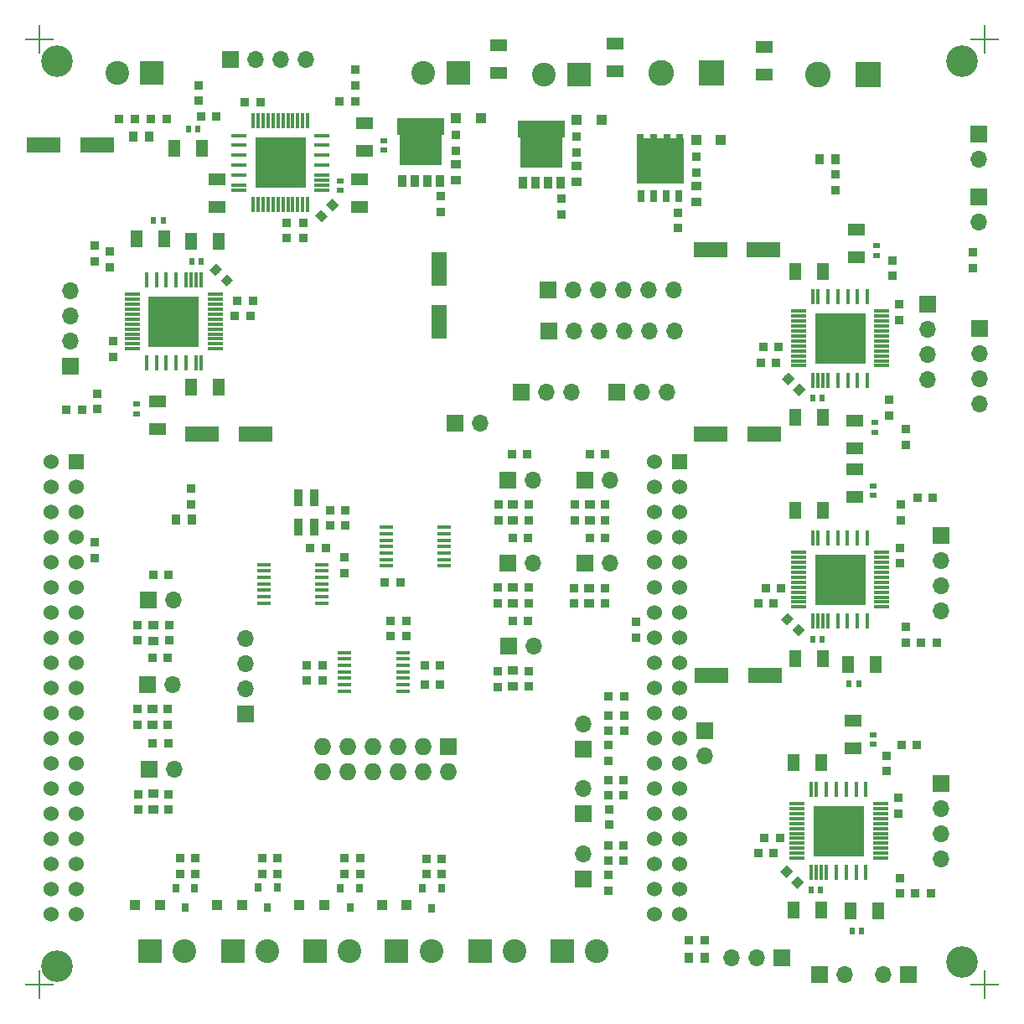
<source format=gts>
%TF.GenerationSoftware,KiCad,Pcbnew,6.0.0-rc1-unknown-46fddab~66~ubuntu18.04.1*%
%TF.CreationDate,2018-08-18T22:30:24-07:00*%
%TF.ProjectId,PrntrBoardV1,50726E7472426F61726456312E6B6963,rev?*%
%TF.SameCoordinates,PX1303eb8PY7093f24*%
%TF.FileFunction,Soldermask,Top*%
%TF.FilePolarity,Negative*%
%FSLAX46Y46*%
G04 Gerber Fmt 4.6, Leading zero omitted, Abs format (unit mm)*
G04 Created by KiCad (PCBNEW 6.0.0-rc1-unknown-46fddab~66~ubuntu18.04.1) date Sat Aug 18 22:30:24 2018*
%MOMM*%
%LPD*%
G01*
G04 APERTURE LIST*
%ADD10R,0.640000X0.590000*%
%ADD11R,0.590000X0.640000*%
%ADD12R,0.875000X0.950000*%
%ADD13C,0.875000*%
%ADD14C,0.100000*%
%ADD15R,0.950000X0.875000*%
%ADD16R,1.250000X1.750000*%
%ADD17R,1.750000X1.250000*%
%ADD18O,1.727200X1.727200*%
%ADD19R,1.727200X1.727200*%
%ADD20R,3.000000X0.127000*%
%ADD21R,0.127000X3.000000*%
%ADD22O,1.700000X1.700000*%
%ADD23R,1.700000X1.700000*%
%ADD24R,0.900000X1.750000*%
%ADD25C,1.524000*%
%ADD26R,1.524000X1.524000*%
%ADD27R,1.500000X1.500000*%
%ADD28R,4.800000X4.600000*%
%ADD29R,0.800000X0.600000*%
%ADD30R,0.750000X1.300000*%
%ADD31R,0.820000X1.000000*%
%ADD32R,1.000000X1.000000*%
%ADD33R,1.500000X0.300000*%
%ADD34R,0.300000X1.500000*%
%ADD35R,5.100000X5.100000*%
%ADD36R,3.500000X1.600000*%
%ADD37C,3.200000*%
%ADD38R,1.000000X0.820000*%
%ADD39R,2.600000X2.600000*%
%ADD40C,2.600000*%
%ADD41R,2.400000X2.400000*%
%ADD42C,2.400000*%
%ADD43R,1.600000X3.500000*%
%ADD44R,1.450000X0.450000*%
%ADD45R,0.800000X0.900000*%
%ADD46R,0.840000X1.290000*%
%ADD47R,4.840000X1.690000*%
%ADD48R,4.340000X3.440000*%
G04 APERTURE END LIST*
D10*
X86360000Y76405500D03*
X86360000Y75435500D03*
D11*
X17206000Y74866500D03*
X18176000Y74866500D03*
D10*
X36631800Y87050700D03*
X36631800Y86080700D03*
D11*
X80736400Y11315700D03*
X79766400Y11315700D03*
X16855600Y88204100D03*
X17825600Y88204100D03*
D10*
X11658600Y60429100D03*
X11658600Y59459100D03*
X86233000Y57579500D03*
X86233000Y58549500D03*
D11*
X83906400Y7200900D03*
X84876400Y7200900D03*
X79918800Y61048900D03*
X80888800Y61048900D03*
X14308500Y78946500D03*
X13338500Y78946500D03*
D10*
X86029800Y52135900D03*
X86029800Y51165900D03*
X86029800Y26057900D03*
X86029800Y27027900D03*
D11*
X79944000Y36664900D03*
X80914000Y36664900D03*
X83601600Y32194500D03*
X84571600Y32194500D03*
D10*
X32161400Y82016700D03*
X32161400Y82986700D03*
D12*
X38290500Y42418000D03*
X36715500Y42418000D03*
D13*
X31428662Y80537162D03*
D14*
G36*
X31402145Y81182397D02*
X32073897Y80510645D01*
X31455179Y79891927D01*
X30783427Y80563679D01*
X31402145Y81182397D01*
X31402145Y81182397D01*
G37*
D13*
X30314968Y79423468D03*
D14*
G36*
X30288451Y80068703D02*
X30960203Y79396951D01*
X30341485Y78778233D01*
X29669733Y79449985D01*
X30288451Y80068703D01*
X30288451Y80068703D01*
G37*
D12*
X59259100Y15819700D03*
X60834100Y15819700D03*
X9873500Y89246500D03*
X11448500Y89246500D03*
D15*
X89317500Y37899500D03*
X89317500Y36324500D03*
D12*
X49619000Y38546000D03*
X51194000Y38546000D03*
D15*
X26811000Y78734000D03*
X26811000Y77159000D03*
X87957800Y74940400D03*
X87957800Y73365400D03*
D12*
X76517700Y66179700D03*
X74942700Y66179700D03*
D13*
X78553362Y61870538D03*
D14*
G36*
X79198597Y61897055D02*
X78526845Y61225303D01*
X77908127Y61844021D01*
X78579879Y62515773D01*
X79198597Y61897055D01*
X79198597Y61897055D01*
G37*
D13*
X77439668Y62984232D03*
D14*
G36*
X78084903Y63010749D02*
X77413151Y62338997D01*
X76794433Y62957715D01*
X77466185Y63629467D01*
X78084903Y63010749D01*
X78084903Y63010749D01*
G37*
D15*
X31178500Y49708000D03*
X31178500Y48133000D03*
X62061000Y36846500D03*
X62061000Y38421500D03*
X7411000Y44896500D03*
X7411000Y46471500D03*
D12*
X38848500Y38546500D03*
X37273500Y38546500D03*
D15*
X88835000Y48687800D03*
X88835000Y50262800D03*
X7373500Y76434000D03*
X7373500Y74859000D03*
D12*
X4506500Y59846500D03*
X6081500Y59846500D03*
X23101300Y69329300D03*
X21526300Y69329300D03*
X14859500Y43189000D03*
X13284500Y43189000D03*
X60859500Y28938800D03*
X59284500Y28938800D03*
X92445500Y36293900D03*
X90870500Y36293900D03*
D15*
X88561000Y19059000D03*
X88561000Y20634000D03*
D12*
X91889100Y10948700D03*
X90314100Y10948700D03*
X88911000Y25996500D03*
X90486000Y25996500D03*
X51181500Y46928000D03*
X49606500Y46928000D03*
X57404300Y55360800D03*
X58979300Y55360800D03*
X76009700Y40271700D03*
X74434700Y40271700D03*
D15*
X88761000Y44323000D03*
X88761000Y45898000D03*
X32661000Y43346500D03*
X32661000Y44921500D03*
X88742500Y10980500D03*
X88742500Y12555500D03*
X17861000Y92646500D03*
X17861000Y91071500D03*
X32711000Y48121500D03*
X32711000Y49696500D03*
D12*
X76771700Y41846500D03*
X75196700Y41846500D03*
D15*
X33724400Y92618200D03*
X33724400Y94193200D03*
D12*
X32123500Y90971500D03*
X33698500Y90971500D03*
D13*
X78502562Y37588138D03*
D14*
G36*
X79147797Y37614655D02*
X78476045Y36942903D01*
X77857327Y37561621D01*
X78529079Y38233373D01*
X79147797Y37614655D01*
X79147797Y37614655D01*
G37*
D13*
X77388868Y38701832D03*
D14*
G36*
X78034103Y38728349D02*
X77362351Y38056597D01*
X76743633Y38675315D01*
X77415385Y39347067D01*
X78034103Y38728349D01*
X78034103Y38728349D01*
G37*
D12*
X59259100Y22449100D03*
X60834100Y22449100D03*
D15*
X87366400Y24893400D03*
X87366400Y23318400D03*
D12*
X76009700Y15024100D03*
X74434700Y15024100D03*
X38854000Y36993500D03*
X37279000Y36993500D03*
X29146500Y45847000D03*
X30721500Y45847000D03*
X23368000Y70866000D03*
X21793000Y70866000D03*
D15*
X9271000Y65214500D03*
X9271000Y66789500D03*
D13*
X19641968Y74020532D03*
D14*
G36*
X18996733Y73994015D02*
X19668485Y74665767D01*
X20287203Y74047049D01*
X19615451Y73375297D01*
X18996733Y73994015D01*
X18996733Y73994015D01*
G37*
D13*
X20755662Y72906838D03*
D14*
G36*
X20110427Y72880321D02*
X20782179Y73552073D01*
X21400897Y72933355D01*
X20729145Y72261603D01*
X20110427Y72880321D01*
X20110427Y72880321D01*
G37*
D15*
X7671400Y61469400D03*
X7671400Y59894400D03*
D12*
X18119100Y89472900D03*
X19694100Y89472900D03*
X92086000Y50971500D03*
X90511000Y50971500D03*
D15*
X8936000Y75829500D03*
X8936000Y74254500D03*
D12*
X51105100Y55335400D03*
X49530100Y55335400D03*
X13208500Y34743500D03*
X14783500Y34743500D03*
X76619300Y16548100D03*
X75044300Y16548100D03*
X74663100Y64554100D03*
X76238100Y64554100D03*
D13*
X77287268Y13200232D03*
D14*
G36*
X77932503Y13226749D02*
X77260751Y12554997D01*
X76642033Y13173715D01*
X77313785Y13845467D01*
X77932503Y13226749D01*
X77932503Y13226749D01*
G37*
D13*
X78400962Y12086538D03*
D14*
G36*
X79046197Y12113055D02*
X78374445Y11441303D01*
X77755727Y12060021D01*
X78427479Y12731773D01*
X79046197Y12113055D01*
X79046197Y12113055D01*
G37*
D15*
X88711000Y68909000D03*
X88711000Y70484000D03*
X87651000Y60845000D03*
X87651000Y59270000D03*
X89336000Y56284000D03*
X89336000Y57859000D03*
X96136000Y74159000D03*
X96136000Y75734000D03*
D12*
X13272000Y26107500D03*
X14847000Y26107500D03*
X58992000Y46928000D03*
X57417000Y46928000D03*
D15*
X28461000Y77159000D03*
X28461000Y78734000D03*
D12*
X22547500Y90896500D03*
X24122500Y90896500D03*
D16*
X19901000Y62106500D03*
X17101000Y62106500D03*
X17124200Y76898500D03*
X19924200Y76898500D03*
X78018200Y24196500D03*
X80818200Y24196500D03*
X80970600Y34734500D03*
X78170600Y34734500D03*
X78170600Y73796500D03*
X80970600Y73796500D03*
D17*
X19715400Y83094100D03*
X19715400Y80294100D03*
D16*
X78178200Y59118500D03*
X80978200Y59118500D03*
D17*
X34142600Y83094100D03*
X34142600Y80294100D03*
X59928000Y96859700D03*
X59928000Y94059700D03*
D16*
X80818200Y9334500D03*
X78018200Y9334500D03*
X78170600Y49696500D03*
X80970600Y49696500D03*
D17*
X75011800Y93722900D03*
X75011800Y96522900D03*
X48158000Y96660100D03*
X48158000Y93860100D03*
D15*
X51211000Y50246500D03*
X51211000Y48671500D03*
X17104400Y51865400D03*
X17104400Y50290400D03*
D12*
X68999100Y6261100D03*
X67424100Y6261100D03*
D15*
X55811000Y41834000D03*
X55811000Y40259000D03*
X58911000Y41835500D03*
X58911000Y40260500D03*
X11811000Y19421500D03*
X11811000Y20996500D03*
D12*
X14648500Y89246500D03*
X13073500Y89246500D03*
D15*
X82194400Y83604200D03*
X82194400Y82029200D03*
D12*
X30398500Y32496500D03*
X28823500Y32496500D03*
X42298500Y33996500D03*
X40723500Y33996500D03*
D15*
X48161000Y48671500D03*
X48161000Y50246500D03*
X11748000Y28025000D03*
X11748000Y29600000D03*
X51211000Y33453500D03*
X51211000Y31878500D03*
X59348200Y17915200D03*
X59348200Y19490200D03*
D12*
X59259100Y20925100D03*
X60834100Y20925100D03*
D15*
X66344800Y79756000D03*
X66344800Y78181000D03*
X42316400Y79832000D03*
X42316400Y81407000D03*
X43891200Y87604600D03*
X43891200Y86029600D03*
X59297400Y12860800D03*
X59297400Y11285800D03*
D12*
X60834100Y14295700D03*
X59259100Y14295700D03*
D15*
X14859500Y19440000D03*
X14859500Y21015000D03*
X40894500Y14496500D03*
X40894500Y12921500D03*
X48111000Y31859000D03*
X48111000Y33434000D03*
X59322800Y24404900D03*
X59322800Y25979900D03*
X42411000Y14496500D03*
X42411000Y12921500D03*
X24294000Y14529000D03*
X24294000Y12954000D03*
X25881500Y14529000D03*
X25881500Y12954000D03*
X32661000Y14546500D03*
X32661000Y12971500D03*
X16039000Y12971500D03*
X16039000Y14546500D03*
X14796000Y29596500D03*
X14796000Y28021500D03*
D12*
X59323500Y30846500D03*
X60898500Y30846500D03*
D15*
X11748000Y36521500D03*
X11748000Y38096500D03*
X14923000Y36534000D03*
X14923000Y38109000D03*
D12*
X60859500Y27414800D03*
X59284500Y27414800D03*
D15*
X54511000Y79596500D03*
X54511000Y81171500D03*
X56095900Y87427000D03*
X56095900Y85852000D03*
X51211000Y41871500D03*
X51211000Y40296500D03*
D12*
X28823500Y33996500D03*
X30398500Y33996500D03*
X40723500Y32046500D03*
X42298500Y32046500D03*
D15*
X17561000Y12971500D03*
X17561000Y14546500D03*
X48111000Y40309000D03*
X48111000Y41884000D03*
X58961000Y48671500D03*
X58961000Y50246500D03*
X55861000Y48671500D03*
X55861000Y50246500D03*
X34200000Y12971500D03*
X34200000Y14546500D03*
X68148200Y83820000D03*
X68148200Y85395000D03*
D17*
X34650600Y85998900D03*
X34650600Y88798900D03*
X13741400Y57914100D03*
X13741400Y60714100D03*
D16*
X14381000Y77101700D03*
X11581000Y77101700D03*
D17*
X84048600Y28405300D03*
X84048600Y25605300D03*
D16*
X83773800Y9182100D03*
X86573800Y9182100D03*
D17*
X84150200Y53820500D03*
X84150200Y51020500D03*
D16*
X83504600Y34124900D03*
X86304600Y34124900D03*
D17*
X84328000Y78077500D03*
X84328000Y75277500D03*
X84201000Y58707500D03*
X84201000Y55907500D03*
D16*
X15412200Y86222900D03*
X18212200Y86222900D03*
D18*
X30416500Y23241000D03*
X30416500Y25781000D03*
X32956500Y23241000D03*
X32956500Y25781000D03*
X35496500Y23241000D03*
X35496500Y25781000D03*
X38036500Y23241000D03*
X38036500Y25781000D03*
X40576500Y23241000D03*
X40576500Y25781000D03*
X43116500Y23241000D03*
D19*
X43116500Y25781000D03*
D20*
X97336000Y97296500D03*
D21*
X97336000Y97296500D03*
D20*
X97336000Y1746500D03*
D21*
X97336000Y1746500D03*
D20*
X1786000Y97296500D03*
D21*
X1786000Y97296500D03*
D20*
X1786000Y1746500D03*
D21*
X1786000Y1746500D03*
D22*
X96710500Y78803500D03*
D23*
X96710500Y81343500D03*
D22*
X83161000Y2746500D03*
D23*
X80621000Y2746500D03*
D22*
X87021000Y2746500D03*
D23*
X89561000Y2746500D03*
D22*
X96710500Y85153500D03*
D23*
X96710500Y87693500D03*
D24*
X29540500Y48016500D03*
X29540500Y50916500D03*
X27990500Y50916500D03*
X27990500Y48016500D03*
D25*
X63981000Y54616500D03*
X63981000Y52076500D03*
X63981000Y49536500D03*
X63981000Y46996500D03*
X63981000Y44456500D03*
X63981000Y41916500D03*
X63981000Y39376500D03*
X63981000Y36836500D03*
X63981000Y34296500D03*
X63981000Y31756500D03*
X63981000Y29216500D03*
X63981000Y26676500D03*
X63981000Y24136500D03*
X63981000Y21596500D03*
X63981000Y19056500D03*
X63981000Y16516500D03*
X63981000Y13976500D03*
X63981000Y11436500D03*
D26*
X66521000Y54616500D03*
D25*
X66521000Y52076500D03*
X66521000Y49536500D03*
X66521000Y46996500D03*
X66521000Y44456500D03*
X66521000Y41916500D03*
X66521000Y39376500D03*
X66521000Y36836500D03*
X66521000Y34296500D03*
X66521000Y31756500D03*
X66521000Y29216500D03*
X66521000Y26676500D03*
X66521000Y24136500D03*
X66521000Y21596500D03*
X66521000Y19056500D03*
X66521000Y16516500D03*
X66521000Y13976500D03*
X66521000Y11436500D03*
D26*
X5561000Y54616500D03*
D25*
X5561000Y52076500D03*
X5561000Y49536500D03*
X5561000Y46996500D03*
X5561000Y44456500D03*
X5561000Y41916500D03*
X5561000Y39376500D03*
X5561000Y36836500D03*
X5561000Y34296500D03*
X5561000Y31756500D03*
X5561000Y29216500D03*
X5561000Y26676500D03*
X5561000Y24136500D03*
X5561000Y21596500D03*
X5561000Y19056500D03*
X5561000Y16516500D03*
X5561000Y13976500D03*
X5561000Y11436500D03*
X3021000Y54616500D03*
X3021000Y52076500D03*
X3021000Y49536500D03*
X3021000Y46996500D03*
X3021000Y44456500D03*
X3021000Y41916500D03*
X3021000Y39376500D03*
X3021000Y36836500D03*
X3021000Y34296500D03*
X3021000Y31756500D03*
X3021000Y29216500D03*
X3021000Y26676500D03*
X3021000Y24136500D03*
X3021000Y21596500D03*
X3021000Y19056500D03*
X3021000Y16516500D03*
X3021000Y13976500D03*
X3021000Y11436500D03*
X5561000Y8896500D03*
X3021000Y8896500D03*
X63981000Y8896500D03*
X66521000Y8896500D03*
D27*
X63516000Y83775300D03*
X65516000Y83775300D03*
X65516000Y85775300D03*
X63516000Y85775300D03*
D28*
X64516000Y84950300D03*
D29*
X62516000Y87450300D03*
X63851000Y87450300D03*
X65181000Y87450300D03*
X66516000Y87450300D03*
D30*
X62611000Y81450300D03*
X63881000Y81450300D03*
X65151000Y81450300D03*
X66421000Y81450300D03*
D22*
X55549800Y61582300D03*
X53009800Y61582300D03*
D23*
X50469800Y61582300D03*
D22*
X65252600Y61633100D03*
X62712600Y61633100D03*
D23*
X60172600Y61633100D03*
D22*
X65963800Y67830700D03*
X63423800Y67830700D03*
X60883800Y67830700D03*
X58343800Y67830700D03*
X55803800Y67830700D03*
D23*
X53263800Y67830700D03*
D22*
X65913000Y71970900D03*
X63373000Y71970900D03*
X60833000Y71970900D03*
X58293000Y71970900D03*
X55753000Y71970900D03*
D23*
X53213000Y71970900D03*
D31*
X17180400Y48753900D03*
X15580400Y48753900D03*
X82257800Y85128100D03*
X80657800Y85128100D03*
X12911000Y87446500D03*
X11311000Y87446500D03*
X67411800Y4457700D03*
X69011800Y4457700D03*
D32*
X68137400Y87083900D03*
X70637400Y87083900D03*
X43911000Y89296500D03*
X46411000Y89296500D03*
X56111000Y89115900D03*
X58611000Y89115900D03*
X13961000Y9796500D03*
X11461000Y9796500D03*
X30561000Y9846500D03*
X28061000Y9846500D03*
X22261000Y9842500D03*
X19761000Y9842500D03*
X38911000Y9796500D03*
X36411000Y9796500D03*
D22*
X46361000Y58496500D03*
D23*
X43821000Y58496500D03*
D22*
X69061000Y24896500D03*
D23*
X69061000Y27436500D03*
D33*
X86765599Y14539200D03*
X86765599Y15039200D03*
X86765599Y15539200D03*
X86765599Y16039200D03*
X86765599Y16539200D03*
X86765599Y17039200D03*
X86765599Y17539200D03*
X86765599Y18039200D03*
X86765599Y18539200D03*
X86765599Y19039200D03*
X86765599Y19539200D03*
X86765599Y20039200D03*
D34*
X85315599Y21489200D03*
X84315599Y21489200D03*
X83315599Y21489200D03*
X82315599Y21489200D03*
X81315599Y21489200D03*
X80315599Y21489200D03*
X79815599Y21489200D03*
D33*
X78365599Y20039200D03*
X78365599Y19539200D03*
X78365599Y19039200D03*
X78365599Y18539200D03*
X78365599Y18039200D03*
X78365599Y17539200D03*
X78365599Y17039200D03*
X78365599Y16539200D03*
X78365599Y16039200D03*
X78365599Y15539200D03*
X78365599Y15039200D03*
X78365599Y14539200D03*
D34*
X79815599Y13089200D03*
X80315599Y13089200D03*
X80815599Y13089200D03*
X81315599Y13089200D03*
X82315599Y13089200D03*
X83315599Y13089200D03*
X84315599Y13089200D03*
X85315599Y13089200D03*
D35*
X82565599Y17289200D03*
D33*
X11167201Y71499800D03*
X11167201Y70999800D03*
X11167201Y70499800D03*
X11167201Y69999800D03*
X11167201Y69499800D03*
X11167201Y68999800D03*
X11167201Y68499800D03*
X11167201Y67999800D03*
X11167201Y67499800D03*
X11167201Y66999800D03*
X11167201Y66499800D03*
X11167201Y65999800D03*
D34*
X12617201Y64549800D03*
X13617201Y64549800D03*
X14617201Y64549800D03*
X15617201Y64549800D03*
X16617201Y64549800D03*
X17617201Y64549800D03*
X18117201Y64549800D03*
D33*
X19567201Y65999800D03*
X19567201Y66499800D03*
X19567201Y66999800D03*
X19567201Y67499800D03*
X19567201Y67999800D03*
X19567201Y68499800D03*
X19567201Y68999800D03*
X19567201Y69499800D03*
X19567201Y69999800D03*
X19567201Y70499800D03*
X19567201Y70999800D03*
X19567201Y71499800D03*
D34*
X18117201Y72949800D03*
X17617201Y72949800D03*
X17117201Y72949800D03*
X16617201Y72949800D03*
X15617201Y72949800D03*
X14617201Y72949800D03*
X13617201Y72949800D03*
X12617201Y72949800D03*
D35*
X15367201Y68749800D03*
D33*
X86904399Y39919200D03*
X86904399Y40419200D03*
X86904399Y40919200D03*
X86904399Y41419200D03*
X86904399Y41919200D03*
X86904399Y42419200D03*
X86904399Y42919200D03*
X86904399Y43419200D03*
X86904399Y43919200D03*
X86904399Y44419200D03*
X86904399Y44919200D03*
X86904399Y45419200D03*
D34*
X85454399Y46869200D03*
X84454399Y46869200D03*
X83454399Y46869200D03*
X82454399Y46869200D03*
X81454399Y46869200D03*
X80454399Y46869200D03*
X79954399Y46869200D03*
D33*
X78504399Y45419200D03*
X78504399Y44919200D03*
X78504399Y44419200D03*
X78504399Y43919200D03*
X78504399Y43419200D03*
X78504399Y42919200D03*
X78504399Y42419200D03*
X78504399Y41919200D03*
X78504399Y41419200D03*
X78504399Y40919200D03*
X78504399Y40419200D03*
X78504399Y39919200D03*
D34*
X79954399Y38469200D03*
X80454399Y38469200D03*
X80954399Y38469200D03*
X81454399Y38469200D03*
X82454399Y38469200D03*
X83454399Y38469200D03*
X84454399Y38469200D03*
X85454399Y38469200D03*
D35*
X82704399Y42669200D03*
D33*
X86917999Y64292000D03*
X86917999Y64792000D03*
X86917999Y65292000D03*
X86917999Y65792000D03*
X86917999Y66292000D03*
X86917999Y66792000D03*
X86917999Y67292000D03*
X86917999Y67792000D03*
X86917999Y68292000D03*
X86917999Y68792000D03*
X86917999Y69292000D03*
X86917999Y69792000D03*
D34*
X85467999Y71242000D03*
X84467999Y71242000D03*
X83467999Y71242000D03*
X82467999Y71242000D03*
X81467999Y71242000D03*
X80467999Y71242000D03*
X79967999Y71242000D03*
D33*
X78517999Y69792000D03*
X78517999Y69292000D03*
X78517999Y68792000D03*
X78517999Y68292000D03*
X78517999Y67792000D03*
X78517999Y67292000D03*
X78517999Y66792000D03*
X78517999Y66292000D03*
X78517999Y65792000D03*
X78517999Y65292000D03*
X78517999Y64792000D03*
X78517999Y64292000D03*
D34*
X79967999Y62842000D03*
X80467999Y62842000D03*
X80967999Y62842000D03*
X81467999Y62842000D03*
X82467999Y62842000D03*
X83467999Y62842000D03*
X84467999Y62842000D03*
X85467999Y62842000D03*
D35*
X82717999Y67042000D03*
D34*
X28907100Y89011099D03*
X28407100Y89011099D03*
X27907100Y89011099D03*
X27407100Y89011099D03*
X26907100Y89011099D03*
X26407100Y89011099D03*
X25907100Y89011099D03*
X25407100Y89011099D03*
X24907100Y89011099D03*
X24407100Y89011099D03*
X23907100Y89011099D03*
X23407100Y89011099D03*
D33*
X21957100Y87561099D03*
X21957100Y86561099D03*
X21957100Y85561099D03*
X21957100Y84561099D03*
X21957100Y83561099D03*
X21957100Y82561099D03*
X21957100Y82061099D03*
D34*
X23407100Y80611099D03*
X23907100Y80611099D03*
X24407100Y80611099D03*
X24907100Y80611099D03*
X25407100Y80611099D03*
X25907100Y80611099D03*
X26407100Y80611099D03*
X26907100Y80611099D03*
X27407100Y80611099D03*
X27907100Y80611099D03*
X28407100Y80611099D03*
X28907100Y80611099D03*
D33*
X30357100Y82061099D03*
X30357100Y82561099D03*
X30357100Y83061099D03*
X30357100Y83561099D03*
X30357100Y84561099D03*
X30357100Y85561099D03*
X30357100Y86561099D03*
X30357100Y87561099D03*
D35*
X26157100Y84811099D03*
D36*
X2211000Y86596500D03*
X7611000Y86596500D03*
D37*
X3619500Y3619500D03*
D38*
X43891200Y83070700D03*
X43891200Y84670700D03*
X13335500Y38096500D03*
X13335500Y36496500D03*
X68148200Y80810300D03*
X68148200Y82410300D03*
X49670000Y41911500D03*
X49670000Y40311500D03*
X57411000Y50296500D03*
X57411000Y48696500D03*
X13272000Y29574500D03*
X13272000Y27974500D03*
X49670000Y50280600D03*
X49670000Y48680600D03*
X13335500Y21027500D03*
X13335500Y19427500D03*
X57361000Y41846500D03*
X57361000Y40246500D03*
X49670000Y33478500D03*
X49670000Y31878500D03*
X56095900Y82867500D03*
X56095900Y84467500D03*
D39*
X85496400Y93738700D03*
D40*
X80416400Y93738700D03*
D39*
X69710300Y93916500D03*
D40*
X64630300Y93916500D03*
D41*
X44094400Y93891100D03*
D42*
X40594400Y93891100D03*
D41*
X56299100Y93738700D03*
D42*
X52799100Y93738700D03*
D41*
X12965600Y5168900D03*
D42*
X16465600Y5168900D03*
D41*
X46296500Y5157000D03*
D42*
X49796500Y5157000D03*
D41*
X54622500Y5157000D03*
D42*
X58122500Y5157000D03*
D41*
X37884600Y5157000D03*
D42*
X41384600Y5157000D03*
D41*
X21333699Y5165600D03*
D42*
X24833699Y5165600D03*
D41*
X13161000Y93916500D03*
D42*
X9661000Y93916500D03*
D41*
X29666100Y5168900D03*
D42*
X33166100Y5168900D03*
D36*
X69586000Y75996500D03*
X74986000Y75996500D03*
X23621000Y57406500D03*
X18221000Y57406500D03*
X69711000Y33021500D03*
X75111000Y33021500D03*
D43*
X42211000Y68696500D03*
X42211000Y74096500D03*
D36*
X69661000Y57346500D03*
X75061000Y57346500D03*
D22*
X51702000Y44388000D03*
D23*
X49162000Y44388000D03*
D22*
X51714700Y35967900D03*
D23*
X49174700Y35967900D03*
D22*
X56757400Y21534700D03*
D23*
X56757400Y18994700D03*
D22*
X56757400Y14956100D03*
D23*
X56757400Y12416100D03*
D22*
X59436300Y44362600D03*
D23*
X56896300Y44362600D03*
D22*
X51702000Y52770000D03*
D23*
X49162000Y52770000D03*
D22*
X15278600Y32101900D03*
D23*
X12738600Y32101900D03*
D22*
X59474400Y52770000D03*
D23*
X56934400Y52770000D03*
D22*
X56782800Y28075200D03*
D23*
X56782800Y25535200D03*
D22*
X15316700Y40623600D03*
D23*
X12776700Y40623600D03*
D22*
X15392900Y23516700D03*
D23*
X12852900Y23516700D03*
D22*
X71755000Y4445000D03*
X74295000Y4445000D03*
D23*
X76835000Y4445000D03*
D22*
X92938600Y39509700D03*
X92938600Y42049700D03*
X92938600Y44589700D03*
D23*
X92938600Y47129700D03*
D22*
X91561000Y62906500D03*
X91561000Y65446500D03*
X91561000Y67986500D03*
D23*
X91561000Y70526500D03*
D22*
X96761000Y60456500D03*
X96761000Y62996500D03*
X96761000Y65536500D03*
D23*
X96761000Y68076500D03*
D22*
X92938600Y14465300D03*
X92938600Y17005300D03*
X92938600Y19545300D03*
D23*
X92938600Y22085300D03*
D22*
X4905800Y71864900D03*
X4905800Y69324900D03*
X4905800Y66784900D03*
D23*
X4905800Y64244900D03*
D22*
X22661000Y36716500D03*
X22661000Y34176500D03*
X22661000Y31636500D03*
D23*
X22661000Y29096500D03*
D22*
X28757800Y95214500D03*
X26217800Y95214500D03*
X23677800Y95214500D03*
D23*
X21137800Y95214500D03*
D37*
X95061000Y95046500D03*
X3619500Y95046500D03*
X95061000Y4046500D03*
D44*
X36836699Y44061100D03*
X36836699Y44711100D03*
X36836699Y45361100D03*
X36836699Y46011100D03*
X36836699Y46661100D03*
X36836699Y47311100D03*
X36836699Y47961100D03*
X42736699Y47961100D03*
X42736699Y47311100D03*
X42736699Y46661100D03*
X42736699Y46011100D03*
X42736699Y45361100D03*
X42736699Y44711100D03*
X42736699Y44061100D03*
X38534301Y35312900D03*
X38534301Y34662900D03*
X38534301Y34012900D03*
X38534301Y33362900D03*
X38534301Y32712900D03*
X38534301Y32062900D03*
X38534301Y31412900D03*
X32634301Y31412900D03*
X32634301Y32062900D03*
X32634301Y32712900D03*
X32634301Y33362900D03*
X32634301Y34012900D03*
X32634301Y34662900D03*
X32634301Y35312900D03*
X30373901Y44203600D03*
X30373901Y43553600D03*
X30373901Y42903600D03*
X30373901Y42253600D03*
X30373901Y41603600D03*
X30373901Y40953600D03*
X30373901Y40303600D03*
X24473901Y40303600D03*
X24473901Y40953600D03*
X24473901Y41603600D03*
X24473901Y42253600D03*
X24473901Y42903600D03*
X24473901Y43553600D03*
X24473901Y44203600D03*
D45*
X34134000Y11525000D03*
X32234000Y11525000D03*
X33184000Y9525000D03*
X25818000Y11557000D03*
X23918000Y11557000D03*
X24868000Y9557000D03*
X17497000Y11525000D03*
X15597000Y11525000D03*
X16547000Y9525000D03*
X42416000Y11475000D03*
X40516000Y11475000D03*
X41466000Y9475000D03*
D46*
X39704700Y82975871D03*
X38434700Y82975871D03*
X40984700Y82975871D03*
D47*
X40344700Y88445871D03*
D48*
X40344700Y86245871D03*
D46*
X42254700Y82975871D03*
X51909400Y82770271D03*
X50639400Y82770271D03*
X53189400Y82770271D03*
D47*
X52549400Y88240271D03*
D48*
X52549400Y86040271D03*
D46*
X54459400Y82770271D03*
M02*

</source>
